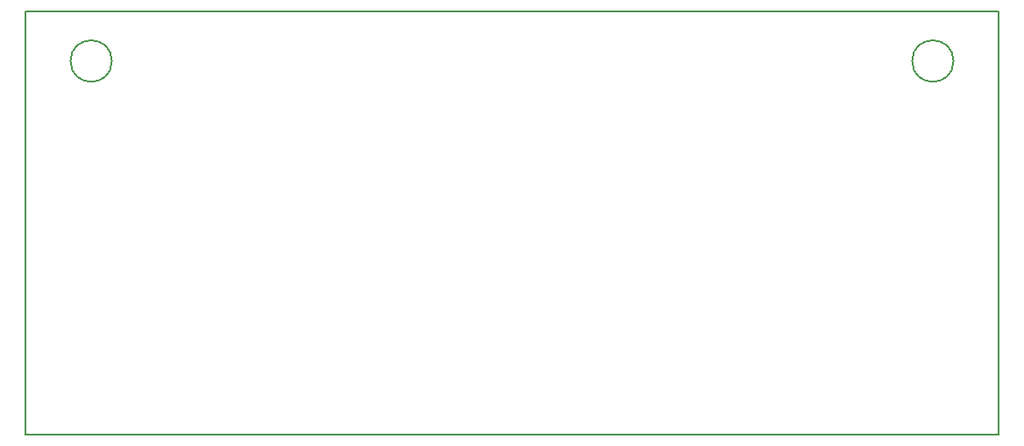
<source format=gm1>
%TF.GenerationSoftware,KiCad,Pcbnew,7.0.2-6a45011f42~172~ubuntu22.04.1*%
%TF.CreationDate,2023-05-29T20:36:27+02:00*%
%TF.ProjectId,politieflitser,706f6c69-7469-4656-966c-69747365722e,rev?*%
%TF.SameCoordinates,Original*%
%TF.FileFunction,Profile,NP*%
%FSLAX46Y46*%
G04 Gerber Fmt 4.6, Leading zero omitted, Abs format (unit mm)*
G04 Created by KiCad (PCBNEW 7.0.2-6a45011f42~172~ubuntu22.04.1) date 2023-05-29 20:36:27*
%MOMM*%
%LPD*%
G01*
G04 APERTURE LIST*
%TA.AperFunction,Profile*%
%ADD10C,0.200000*%
%TD*%
G04 APERTURE END LIST*
D10*
X112490000Y-29210000D02*
G75*
G03*
X112490000Y-29210000I-2000000J0D01*
G01*
X22860000Y-24384000D02*
X116840000Y-24384000D01*
X116840000Y-65278000D01*
X22860000Y-65278000D01*
X22860000Y-24384000D01*
X31210000Y-29210000D02*
G75*
G03*
X31210000Y-29210000I-2000000J0D01*
G01*
M02*

</source>
